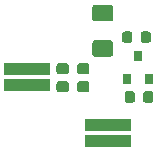
<source format=gtp>
%TF.GenerationSoftware,KiCad,Pcbnew,(5.1.0-1220-ga833aeeac)*%
%TF.CreationDate,2019-07-10T21:20:11+03:00*%
%TF.ProjectId,proto_II_sensor_kicad,70726f74-6f5f-4494-995f-73656e736f72,rev?*%
%TF.SameCoordinates,Original*%
%TF.FileFunction,Paste,Top*%
%TF.FilePolarity,Positive*%
%FSLAX46Y46*%
G04 Gerber Fmt 4.6, Leading zero omitted, Abs format (unit mm)*
G04 Created by KiCad (PCBNEW (5.1.0-1220-ga833aeeac)) date 2019-07-10 21:20:11*
%MOMM*%
%LPD*%
G04 APERTURE LIST*
%ADD10R,0.800000X0.900000*%
%ADD11C,0.160000*%
%ADD12C,0.950000*%
%ADD13C,0.875000*%
%ADD14C,1.425000*%
%ADD15R,4.000000X1.000000*%
G04 APERTURE END LIST*
D10*
X135635356Y-126650000D03*
X136585356Y-128650000D03*
X134685356Y-128650000D03*
D11*
G36*
X131378387Y-128818079D02*
G01*
X131455438Y-128869562D01*
X131506921Y-128946613D01*
X131525000Y-129037500D01*
X131525000Y-129512500D01*
X131506921Y-129603387D01*
X131455438Y-129680438D01*
X131378387Y-129731921D01*
X131287500Y-129750000D01*
X130712500Y-129750000D01*
X130621613Y-129731921D01*
X130544562Y-129680438D01*
X130493079Y-129603387D01*
X130475000Y-129512500D01*
X130475000Y-129037500D01*
X130493079Y-128946613D01*
X130544562Y-128869562D01*
X130621613Y-128818079D01*
X130712500Y-128800000D01*
X131287500Y-128800000D01*
X131378387Y-128818079D01*
X131378387Y-128818079D01*
G37*
D12*
X131000000Y-129275000D03*
D11*
G36*
X129628387Y-128818079D02*
G01*
X129705438Y-128869562D01*
X129756921Y-128946613D01*
X129775000Y-129037500D01*
X129775000Y-129512500D01*
X129756921Y-129603387D01*
X129705438Y-129680438D01*
X129628387Y-129731921D01*
X129537500Y-129750000D01*
X128962500Y-129750000D01*
X128871613Y-129731921D01*
X128794562Y-129680438D01*
X128743079Y-129603387D01*
X128725000Y-129512500D01*
X128725000Y-129037500D01*
X128743079Y-128946613D01*
X128794562Y-128869562D01*
X128871613Y-128818079D01*
X128962500Y-128800000D01*
X129537500Y-128800000D01*
X129628387Y-128818079D01*
X129628387Y-128818079D01*
G37*
D12*
X129250000Y-129275000D03*
D11*
G36*
X131378387Y-127293079D02*
G01*
X131455438Y-127344562D01*
X131506921Y-127421613D01*
X131525000Y-127512500D01*
X131525000Y-127987500D01*
X131506921Y-128078387D01*
X131455438Y-128155438D01*
X131378387Y-128206921D01*
X131287500Y-128225000D01*
X130712500Y-128225000D01*
X130621613Y-128206921D01*
X130544562Y-128155438D01*
X130493079Y-128078387D01*
X130475000Y-127987500D01*
X130475000Y-127512500D01*
X130493079Y-127421613D01*
X130544562Y-127344562D01*
X130621613Y-127293079D01*
X130712500Y-127275000D01*
X131287500Y-127275000D01*
X131378387Y-127293079D01*
X131378387Y-127293079D01*
G37*
D12*
X131000000Y-127750000D03*
D11*
G36*
X129628387Y-127293079D02*
G01*
X129705438Y-127344562D01*
X129756921Y-127421613D01*
X129775000Y-127512500D01*
X129775000Y-127987500D01*
X129756921Y-128078387D01*
X129705438Y-128155438D01*
X129628387Y-128206921D01*
X129537500Y-128225000D01*
X128962500Y-128225000D01*
X128871613Y-128206921D01*
X128794562Y-128155438D01*
X128743079Y-128078387D01*
X128725000Y-127987500D01*
X128725000Y-127512500D01*
X128743079Y-127421613D01*
X128794562Y-127344562D01*
X128871613Y-127293079D01*
X128962500Y-127275000D01*
X129537500Y-127275000D01*
X129628387Y-127293079D01*
X129628387Y-127293079D01*
G37*
D12*
X129250000Y-127750000D03*
D11*
G36*
X135239962Y-129691651D02*
G01*
X135310930Y-129739070D01*
X135358349Y-129810038D01*
X135375000Y-129893750D01*
X135375000Y-130406250D01*
X135358349Y-130489962D01*
X135310930Y-130560930D01*
X135239962Y-130608349D01*
X135156250Y-130625000D01*
X134718750Y-130625000D01*
X134635038Y-130608349D01*
X134564070Y-130560930D01*
X134516651Y-130489962D01*
X134500000Y-130406250D01*
X134500000Y-129893750D01*
X134516651Y-129810038D01*
X134564070Y-129739070D01*
X134635038Y-129691651D01*
X134718750Y-129675000D01*
X135156250Y-129675000D01*
X135239962Y-129691651D01*
X135239962Y-129691651D01*
G37*
D13*
X134937500Y-130150000D03*
D11*
G36*
X136814962Y-129691651D02*
G01*
X136885930Y-129739070D01*
X136933349Y-129810038D01*
X136950000Y-129893750D01*
X136950000Y-130406250D01*
X136933349Y-130489962D01*
X136885930Y-130560930D01*
X136814962Y-130608349D01*
X136731250Y-130625000D01*
X136293750Y-130625000D01*
X136210038Y-130608349D01*
X136139070Y-130560930D01*
X136091651Y-130489962D01*
X136075000Y-130406250D01*
X136075000Y-129893750D01*
X136091651Y-129810038D01*
X136139070Y-129739070D01*
X136210038Y-129691651D01*
X136293750Y-129675000D01*
X136731250Y-129675000D01*
X136814962Y-129691651D01*
X136814962Y-129691651D01*
G37*
D13*
X136512500Y-130150000D03*
D11*
G36*
X136602463Y-124616651D02*
G01*
X136673431Y-124664070D01*
X136720850Y-124735038D01*
X136737501Y-124818750D01*
X136737501Y-125331250D01*
X136720850Y-125414962D01*
X136673431Y-125485930D01*
X136602463Y-125533349D01*
X136518751Y-125550000D01*
X136081251Y-125550000D01*
X135997539Y-125533349D01*
X135926571Y-125485930D01*
X135879152Y-125414962D01*
X135862501Y-125331250D01*
X135862501Y-124818750D01*
X135879152Y-124735038D01*
X135926571Y-124664070D01*
X135997539Y-124616651D01*
X136081251Y-124600000D01*
X136518751Y-124600000D01*
X136602463Y-124616651D01*
X136602463Y-124616651D01*
G37*
D13*
X136300001Y-125075000D03*
D11*
G36*
X135027463Y-124616651D02*
G01*
X135098431Y-124664070D01*
X135145850Y-124735038D01*
X135162501Y-124818750D01*
X135162501Y-125331250D01*
X135145850Y-125414962D01*
X135098431Y-125485930D01*
X135027463Y-125533349D01*
X134943751Y-125550000D01*
X134506251Y-125550000D01*
X134422539Y-125533349D01*
X134351571Y-125485930D01*
X134304152Y-125414962D01*
X134287501Y-125331250D01*
X134287501Y-124818750D01*
X134304152Y-124735038D01*
X134351571Y-124664070D01*
X134422539Y-124616651D01*
X134506251Y-124600000D01*
X134943751Y-124600000D01*
X135027463Y-124616651D01*
X135027463Y-124616651D01*
G37*
D13*
X134725001Y-125075000D03*
D11*
G36*
X133370671Y-122356530D02*
G01*
X133451777Y-122410723D01*
X133505970Y-122491829D01*
X133525000Y-122587500D01*
X133525000Y-123512500D01*
X133505970Y-123608171D01*
X133451777Y-123689277D01*
X133370671Y-123743470D01*
X133275000Y-123762500D01*
X132025000Y-123762500D01*
X131929329Y-123743470D01*
X131848223Y-123689277D01*
X131794030Y-123608171D01*
X131775000Y-123512500D01*
X131775000Y-122587500D01*
X131794030Y-122491829D01*
X131848223Y-122410723D01*
X131929329Y-122356530D01*
X132025000Y-122337500D01*
X133275000Y-122337500D01*
X133370671Y-122356530D01*
X133370671Y-122356530D01*
G37*
D14*
X132650000Y-123050000D03*
D11*
G36*
X133370671Y-125331530D02*
G01*
X133451777Y-125385723D01*
X133505970Y-125466829D01*
X133525000Y-125562500D01*
X133525000Y-126487500D01*
X133505970Y-126583171D01*
X133451777Y-126664277D01*
X133370671Y-126718470D01*
X133275000Y-126737500D01*
X132025000Y-126737500D01*
X131929329Y-126718470D01*
X131848223Y-126664277D01*
X131794030Y-126583171D01*
X131775000Y-126487500D01*
X131775000Y-125562500D01*
X131794030Y-125466829D01*
X131848223Y-125385723D01*
X131929329Y-125331530D01*
X132025000Y-125312500D01*
X133275000Y-125312500D01*
X133370671Y-125331530D01*
X133370671Y-125331530D01*
G37*
D14*
X132650000Y-126025000D03*
D15*
X126275000Y-129150000D03*
X126275000Y-127750000D03*
X133125000Y-132525000D03*
X133125000Y-133925000D03*
M02*

</source>
